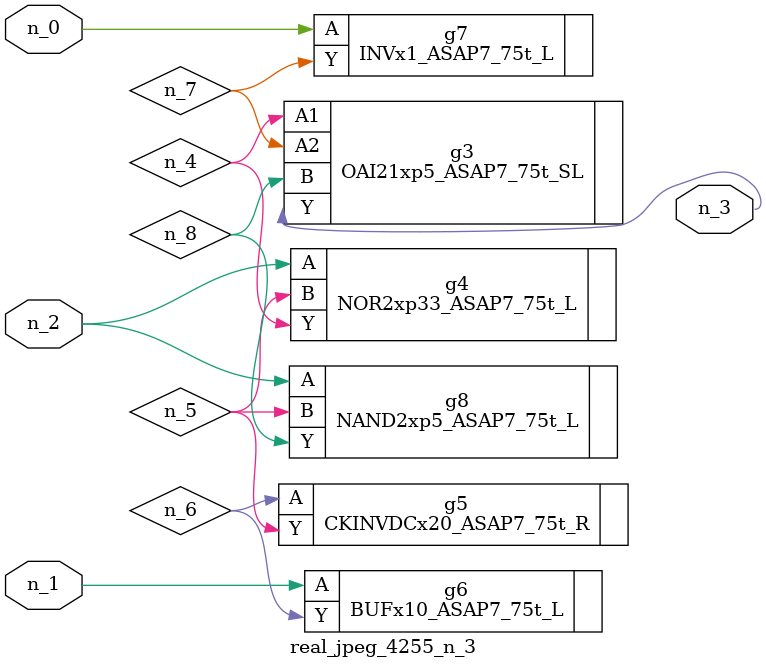
<source format=v>
module real_jpeg_4255_n_3 (n_1, n_0, n_2, n_3);

input n_1;
input n_0;
input n_2;

output n_3;

wire n_5;
wire n_4;
wire n_8;
wire n_6;
wire n_7;

INVx1_ASAP7_75t_L g7 ( 
.A(n_0),
.Y(n_7)
);

BUFx10_ASAP7_75t_L g6 ( 
.A(n_1),
.Y(n_6)
);

NOR2xp33_ASAP7_75t_L g4 ( 
.A(n_2),
.B(n_5),
.Y(n_4)
);

NAND2xp5_ASAP7_75t_L g8 ( 
.A(n_2),
.B(n_5),
.Y(n_8)
);

OAI21xp5_ASAP7_75t_SL g3 ( 
.A1(n_4),
.A2(n_7),
.B(n_8),
.Y(n_3)
);

CKINVDCx20_ASAP7_75t_R g5 ( 
.A(n_6),
.Y(n_5)
);


endmodule
</source>
